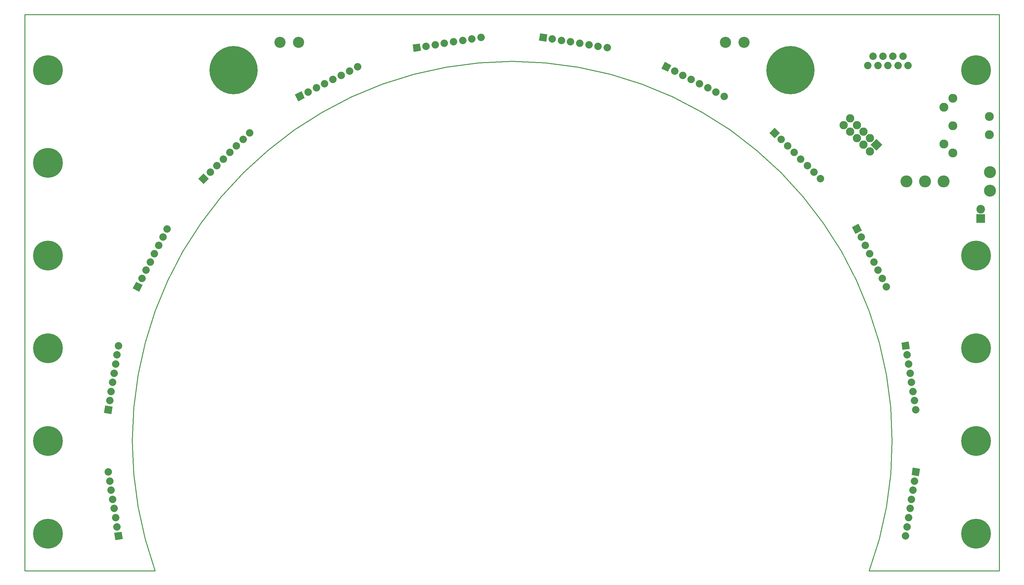
<source format=gts>
G04 (created by PCBNEW-RS274X (2010-03-14)-final) date Fri 28 Jan 2011 02:53:33 PM PST*
G01*
G70*
G90*
%MOIN*%
G04 Gerber Fmt 3.4, Leading zero omitted, Abs format*
%FSLAX34Y34*%
G04 APERTURE LIST*
%ADD10C,0.006000*%
%ADD11C,0.009000*%
%ADD12C,0.090000*%
%ADD13C,0.080000*%
%ADD14C,0.096700*%
%ADD15C,0.093000*%
%ADD16R,0.093000X0.093000*%
%ADD17O,0.129500X0.129500*%
%ADD18C,0.129500*%
%ADD19C,0.320000*%
%ADD20C,0.520000*%
%ADD21C,0.120000*%
G04 APERTURE END LIST*
G54D10*
G54D11*
X110500Y-68000D02*
X96474Y-68000D01*
X05500Y-68000D02*
X19526Y-68000D01*
X96472Y-68002D02*
X97546Y-64596D01*
X98319Y-61109D01*
X98786Y-57568D01*
X98942Y-54000D01*
X98786Y-50432D01*
X98319Y-46891D01*
X97546Y-43404D01*
X96472Y-39998D01*
X95106Y-36698D01*
X93456Y-33529D01*
X91537Y-30517D01*
X89363Y-27683D01*
X86950Y-25050D01*
X84317Y-22637D01*
X81483Y-20463D01*
X78471Y-18544D01*
X75302Y-16894D01*
X72002Y-15528D01*
X68596Y-14454D01*
X65109Y-13681D01*
X61568Y-13214D01*
X58000Y-13058D01*
X54432Y-13214D01*
X50891Y-13681D01*
X47404Y-14454D01*
X43998Y-15528D01*
X40698Y-16894D01*
X37529Y-18544D01*
X34517Y-20463D01*
X31683Y-22637D01*
X29050Y-25050D01*
X26637Y-27683D01*
X24463Y-30517D01*
X22544Y-33529D01*
X20894Y-36698D01*
X19528Y-39998D01*
X18454Y-43404D01*
X17681Y-46891D01*
X17214Y-50432D01*
X17058Y-54000D01*
X17214Y-57568D01*
X17681Y-61109D01*
X18454Y-64596D01*
X19528Y-68002D01*
X110500Y-08000D02*
X110500Y-68000D01*
X05500Y-08000D02*
X110500Y-08000D01*
X05500Y-68000D02*
X05500Y-08000D01*
G54D10*
G36*
X97904Y-22061D02*
X97268Y-22697D01*
X96632Y-22061D01*
X97268Y-21425D01*
X97904Y-22061D01*
X97904Y-22061D01*
G37*
G54D12*
X96561Y-22768D03*
X96561Y-21354D03*
X95854Y-22061D03*
X95854Y-20646D03*
X95146Y-21354D03*
X95146Y-19939D03*
X94439Y-20646D03*
X94439Y-19232D03*
X93732Y-19939D03*
G54D13*
X100660Y-13500D03*
X99580Y-13500D03*
X98500Y-13500D03*
X97420Y-13500D03*
X96340Y-13500D03*
X100120Y-12500D03*
X99040Y-12500D03*
X97960Y-12500D03*
X96880Y-12500D03*
G54D14*
X105500Y-17048D03*
X105500Y-20000D03*
X105500Y-22952D03*
X104516Y-18032D03*
X104516Y-21968D03*
X109437Y-19016D03*
X109437Y-20984D03*
G54D15*
X108500Y-29000D03*
G54D16*
X108500Y-30000D03*
G54D17*
X104500Y-26000D03*
X102500Y-26000D03*
X100500Y-26000D03*
G54D18*
X109500Y-27000D03*
X109500Y-25000D03*
G54D19*
X108000Y-14000D03*
X108000Y-34000D03*
X108000Y-44000D03*
X108000Y-54000D03*
X108000Y-64000D03*
X08000Y-34000D03*
X08000Y-14000D03*
X08000Y-44000D03*
X08000Y-24000D03*
X08000Y-54000D03*
X08000Y-64000D03*
G54D20*
X88000Y-14000D03*
X28000Y-14000D03*
G54D21*
X33000Y-11000D03*
X35000Y-11000D03*
X81000Y-11000D03*
X83000Y-11000D03*
G54D10*
G36*
X16049Y-64594D02*
X15258Y-64719D01*
X15133Y-63928D01*
X15924Y-63803D01*
X16049Y-64594D01*
X16049Y-64594D01*
G37*
G54D13*
X15434Y-63273D03*
X15278Y-62286D03*
X15121Y-61298D03*
X14965Y-60310D03*
X14808Y-59322D03*
X14652Y-58335D03*
X14495Y-57347D03*
G54D10*
G36*
X14828Y-51111D02*
X14037Y-50986D01*
X14162Y-50195D01*
X14953Y-50320D01*
X14828Y-51111D01*
X14828Y-51111D01*
G37*
G54D13*
X14652Y-49665D03*
X14808Y-48678D03*
X14965Y-47690D03*
X15121Y-46702D03*
X15278Y-45714D03*
X15434Y-44727D03*
X15591Y-43739D03*
G54D10*
G36*
X17834Y-37912D02*
X17121Y-37549D01*
X17484Y-36836D01*
X18197Y-37199D01*
X17834Y-37912D01*
X17834Y-37912D01*
G37*
G54D13*
X18113Y-36483D03*
X18567Y-35592D03*
X19021Y-34701D03*
X19475Y-33809D03*
X19929Y-32918D03*
X20383Y-32027D03*
X20837Y-31136D03*
G54D10*
G36*
X24771Y-26287D02*
X24205Y-25721D01*
X24771Y-25155D01*
X25337Y-25721D01*
X24771Y-26287D01*
X24771Y-26287D01*
G37*
G54D13*
X25478Y-25014D03*
X26185Y-24307D03*
X26892Y-23600D03*
X27600Y-22892D03*
X28307Y-22185D03*
X29014Y-21478D03*
X29721Y-20771D03*
G54D10*
G36*
X34961Y-17375D02*
X34598Y-16662D01*
X35311Y-16299D01*
X35674Y-17012D01*
X34961Y-17375D01*
X34961Y-17375D01*
G37*
G54D13*
X36027Y-16383D03*
X36918Y-15929D03*
X37809Y-15475D03*
X38701Y-15021D03*
X39592Y-14567D03*
X40483Y-14113D03*
X41374Y-13659D03*
G54D10*
G36*
X47406Y-12049D02*
X47281Y-11258D01*
X48072Y-11133D01*
X48197Y-11924D01*
X47406Y-12049D01*
X47406Y-12049D01*
G37*
G54D13*
X48727Y-11434D03*
X49714Y-11278D03*
X50702Y-11121D03*
X51690Y-10965D03*
X52678Y-10808D03*
X53665Y-10652D03*
X54653Y-10495D03*
G54D10*
G36*
X60889Y-10828D02*
X61014Y-10037D01*
X61805Y-10162D01*
X61680Y-10953D01*
X60889Y-10828D01*
X60889Y-10828D01*
G37*
G54D13*
X62335Y-10652D03*
X63322Y-10808D03*
X64310Y-10965D03*
X65298Y-11121D03*
X66286Y-11278D03*
X67273Y-11434D03*
X68261Y-11591D03*
G54D10*
G36*
X74088Y-13834D02*
X74451Y-13121D01*
X75164Y-13484D01*
X74801Y-14197D01*
X74088Y-13834D01*
X74088Y-13834D01*
G37*
G54D13*
X75517Y-14113D03*
X76408Y-14567D03*
X77299Y-15021D03*
X78191Y-15475D03*
X79082Y-15929D03*
X79973Y-16383D03*
X80864Y-16837D03*
G54D10*
G36*
X85713Y-20771D02*
X86279Y-20205D01*
X86845Y-20771D01*
X86279Y-21337D01*
X85713Y-20771D01*
X85713Y-20771D01*
G37*
G54D13*
X86986Y-21478D03*
X87693Y-22185D03*
X88400Y-22892D03*
X89108Y-23600D03*
X89815Y-24307D03*
X90522Y-25014D03*
X91229Y-25721D03*
G54D10*
G36*
X94625Y-30961D02*
X95338Y-30598D01*
X95701Y-31311D01*
X94988Y-31674D01*
X94625Y-30961D01*
X94625Y-30961D01*
G37*
G54D13*
X95617Y-32027D03*
X96071Y-32918D03*
X96525Y-33809D03*
X96979Y-34701D03*
X97433Y-35592D03*
X97887Y-36483D03*
X98341Y-37374D03*
G54D10*
G36*
X99951Y-43406D02*
X100742Y-43281D01*
X100867Y-44072D01*
X100076Y-44197D01*
X99951Y-43406D01*
X99951Y-43406D01*
G37*
G54D13*
X100566Y-44727D03*
X100722Y-45714D03*
X100879Y-46702D03*
X101035Y-47690D03*
X101192Y-48678D03*
X101348Y-49665D03*
X101505Y-50653D03*
G54D10*
G36*
X101172Y-56889D02*
X101963Y-57014D01*
X101838Y-57805D01*
X101047Y-57680D01*
X101172Y-56889D01*
X101172Y-56889D01*
G37*
G54D13*
X101348Y-58335D03*
X101192Y-59322D03*
X101035Y-60310D03*
X100879Y-61298D03*
X100722Y-62286D03*
X100566Y-63273D03*
X100409Y-64261D03*
M02*

</source>
